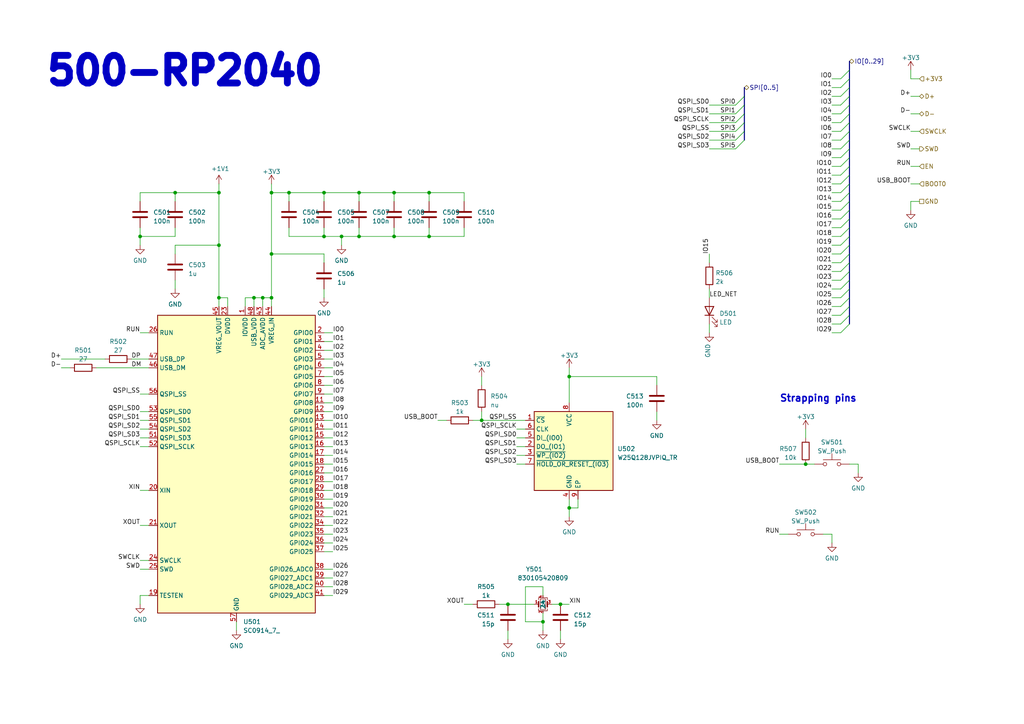
<source format=kicad_sch>
(kicad_sch (version 20230121) (generator eeschema)
  (paper "A4")
  (title_block (title "PSoM - RP2040") (date "2024-02-28") (rev "HW00") (company "PumaCorp") (comment 1 "Design by: NdG"))
  (lib_symbols
    (symbol "Component lib:LED" (pin_numbers hide) (pin_names (offset 1.016) hide)
      (property "Reference" "D" (at 3.81 2.54 0))
      (property "Value" "LED" (at 3.81 -2.54 0))
      (symbol "LED_0_1"
        (polyline (pts (xy 2.54 -1.27) (xy 2.54 1.27)) (stroke (width 0.254)))
        (polyline (pts (xy 2.54 0) (xy 5.08 0)))
        (polyline (pts (xy 5.08 -1.27) (xy 5.08 1.27) (xy 2.54 0) (xy 5.08 -1.27)) (stroke (width 0.254)))
        (polyline (pts (xy 0.762 -0.762) (xy -0.762 -2.286) (xy 0 -2.286) (xy -0.762 -2.286) (xy -0.762 -1.524)))
        (polyline (pts (xy 2.032 -0.762) (xy 0.508 -2.286) (xy 1.27 -2.286) (xy 0.508 -2.286) (xy 0.508 -1.524)))
      )
      (symbol "LED_1_1"
        (pin passive line (at 0 0 0) (length 2.54) (name "K") (number "1"))
        (pin passive line (at 7.62 0 180) (length 2.54) (name "A") (number "2"))
      )
    )
    (symbol "Component lib:R" (pin_numbers hide) (pin_names (offset 0))
      (property "Reference" "R" (at 2.032 -3.81 90))
      (property "Value" "R" (at 0 -3.81 90))
      (symbol "R_0_1"
        (rectangle (start -1.016 -6.35) (end 1.016 -1.27) (stroke (width 0.254)))
      )
      (symbol "R_1_1"
        (pin passive line (at 0 0 270) (length 1.27) (name "~") (number "1"))
        (pin passive line (at 0 -7.62 90) (length 1.27) (name "~") (number "2"))
      )
    )
    (symbol "Component_lib:830105420809"
      (property "Reference" "Y" (at 41.91 7.62 0))
      (property "Value" "830105420809" (at 41.91 5.08 0))
      (symbol "830105420809_0_1"
        (polyline (pts (xy 1.27 -0.762) (xy 1.27 0.762)) (stroke (width 0.381)))
        (polyline (pts (xy 3.81 -0.762) (xy 3.81 0.762)) (stroke (width 0.381)))
        (polyline (pts (xy 1.27 -1.27) (xy 1.27 -1.905) (xy 3.81 -1.905) (xy 3.81 -1.27)))
        (polyline (pts (xy 1.27 1.27) (xy 1.27 1.905) (xy 3.81 1.905) (xy 3.81 1.27)))
        (rectangle (start 1.778 -1.524) (end 3.302 1.524))
      )
      (symbol "830105420809_1_1"
        (pin passive line (at 0 0 0) (length 1.27) (name "1") (number "1"))
        (pin passive line (at 2.54 -2.54 90) (length 0.635) (name "2") (number "2"))
        (pin passive line (at 5.08 0 180) (length 1.27) (name "3") (number "3"))
        (pin passive line (at 2.54 2.54 270) (length 0.635) (name "4") (number "4"))
      )
    )
    (symbol "Component_lib:C" (pin_numbers hide) (pin_names (offset 0.254))
      (property "Reference" "C" (at 0.635 -1.27 0))
      (property "Value" "C" (at 0.635 -6.35 0))
      (symbol "C_0_1"
        (polyline (pts (xy -2.032 -4.572) (xy 2.032 -4.572)) (stroke (width 0.508)))
        (polyline (pts (xy -2.032 -3.048) (xy 2.032 -3.048)) (stroke (width 0.508)))
      )
      (symbol "C_1_1"
        (pin passive line (at 0 0 270) (length 2.794) (name "~") (number "1"))
        (pin passive line (at 0 -7.62 90) (length 2.794) (name "~") (number "2"))
      )
    )
    (symbol "Component_lib:R" (pin_numbers hide) (pin_names (offset 0))
      (property "Reference" "R" (at 2.032 -3.81 90))
      (property "Value" "R" (at 0 -3.81 90))
      (symbol "R_0_1"
        (rectangle (start -1.016 -6.35) (end 1.016 -1.27) (stroke (width 0.254)))
      )
      (symbol "R_1_1"
        (pin passive line (at 0 0 270) (length 1.27) (name "~") (number "1"))
        (pin passive line (at 0 -7.62 90) (length 1.27) (name "~") (number "2"))
      )
    )
    (symbol "Component_lib:RP2040"
      (property "Reference" "U" (at 0 25.4 0))
      (property "Value" "SC0914_7_" (at 0 22.86 0))
      (symbol "RP2040_0_1"
        (rectangle (start 2.54 5.08) (end 48.26 -81.28) (stroke (width 0.254)) (fill (type background)))
      )
      (symbol "RP2040_1_1"
        (pin power_in line (at 27.94 7.62 270) (length 2.54) (name "IOVDD") (number "1"))
        (pin passive line (at 27.94 7.62 270) (length 2.54) hide (name "IOVDD") (number "10"))
        (pin bidirectional line (at 50.8 -20.32 180) (length 2.54) (name "GPIO8") (number "11"))
        (pin bidirectional line (at 50.8 -22.86 180) (length 2.54) (name "GPIO9") (number "12"))
        (pin bidirectional line (at 50.8 -25.4 180) (length 2.54) (name "GPIO10") (number "13"))
        (pin bidirectional line (at 50.8 -27.94 180) (length 2.54) (name "GPIO11") (number "14"))
        (pin bidirectional line (at 50.8 -30.48 180) (length 2.54) (name "GPIO12") (number "15"))
        (pin bidirectional line (at 50.8 -33.02 180) (length 2.54) (name "GPIO13") (number "16"))
        (pin bidirectional line (at 50.8 -35.56 180) (length 2.54) (name "GPIO14") (number "17"))
        (pin bidirectional line (at 50.8 -38.1 180) (length 2.54) (name "GPIO15") (number "18"))
        (pin input line (at 0 -76.2 0) (length 2.54) (name "TESTEN") (number "19"))
        (pin bidirectional line (at 50.8 0 180) (length 2.54) (name "GPIO0") (number "2"))
        (pin input line (at 0 -45.72 0) (length 2.54) (name "XIN") (number "20"))
        (pin passive line (at 0 -55.88 0) (length 2.54) (name "XOUT") (number "21"))
        (pin passive line (at 27.94 7.62 270) (length 2.54) hide (name "IOVDD") (number "22"))
        (pin power_in line (at 22.86 7.62 270) (length 2.54) (name "DVDD") (number "23"))
        (pin output line (at 0 -66.04 0) (length 2.54) (name "SWCLK") (number "24"))
        (pin bidirectional line (at 0 -68.58 0) (length 2.54) (name "SWD") (number "25"))
        (pin input line (at 0 0 0) (length 2.54) (name "RUN") (number "26"))
        (pin bidirectional line (at 50.8 -40.64 180) (length 2.54) (name "GPIO16") (number "27"))
        (pin bidirectional line (at 50.8 -43.18 180) (length 2.54) (name "GPIO17") (number "28"))
        (pin bidirectional line (at 50.8 -45.72 180) (length 2.54) (name "GPIO18") (number "29"))
        (pin bidirectional line (at 50.8 -2.54 180) (length 2.54) (name "GPIO1") (number "3"))
        (pin bidirectional line (at 50.8 -48.26 180) (length 2.54) (name "GPIO19") (number "30"))
        (pin bidirectional line (at 50.8 -50.8 180) (length 2.54) (name "GPIO20") (number "31"))
        (pin bidirectional line (at 50.8 -53.34 180) (length 2.54) (name "GPIO21") (number "32"))
        (pin passive line (at 27.94 7.62 270) (length 2.54) hide (name "IOVDD") (number "33"))
        (pin bidirectional line (at 50.8 -55.88 180) (length 2.54) (name "GPIO22") (number "34"))
        (pin bidirectional line (at 50.8 -58.42 180) (length 2.54) (name "GPIO23") (number "35"))
        (pin bidirectional line (at 50.8 -60.96 180) (length 2.54) (name "GPIO24") (number "36"))
        (pin bidirectional line (at 50.8 -63.5 180) (length 2.54) (name "GPIO25") (number "37"))
        (pin bidirectional line (at 50.8 -68.58 180) (length 2.54) (name "GPIO26_ADC0") (number "38"))
        (pin bidirectional line (at 50.8 -71.12 180) (length 2.54) (name "GPIO27_ADC1") (number "39"))
        (pin bidirectional line (at 50.8 -5.08 180) (length 2.54) (name "GPIO2") (number "4"))
        (pin bidirectional line (at 50.8 -73.66 180) (length 2.54) (name "GPIO28_ADC2") (number "40"))
        (pin bidirectional line (at 50.8 -76.2 180) (length 2.54) (name "GPIO29_ADC3") (number "41"))
        (pin passive line (at 27.94 7.62 270) (length 2.54) hide (name "IOVDD") (number "42"))
        (pin power_in line (at 33.02 7.62 270) (length 2.54) (name "ADC_AVDD") (number "43"))
        (pin power_in line (at 35.56 7.62 270) (length 2.54) (name "VREG_IN") (number "44"))
        (pin power_out line (at 20.32 7.62 270) (length 2.54) (name "VREG_VOUT") (number "45"))
        (pin bidirectional line (at 0 -10.16 0) (length 2.54) (name "USB_DM") (number "46"))
        (pin bidirectional line (at 0 -7.62 0) (length 2.54) (name "USB_DP") (number "47"))
        (pin power_in line (at 30.48 7.62 270) (length 2.54) (name "USB_VDD") (number "48"))
        (pin passive line (at 27.94 7.62 270) (length 2.54) hide (name "IOVDD") (number "49"))
        (pin bidirectional line (at 50.8 -7.62 180) (length 2.54) (name "GPIO3") (number "5"))
        (pin passive line (at 22.86 7.62 270) (length 2.54) hide (name "DVDD") (number "50"))
        (pin bidirectional line (at 0 -30.48 0) (length 2.54) (name "QSPI_SD3") (number "51"))
        (pin output line (at 0 -33.02 0) (length 2.54) (name "QSPI_SCLK") (number "52"))
        (pin bidirectional line (at 0 -22.86 0) (length 2.54) (name "QSPI_SD0") (number "53"))
        (pin bidirectional line (at 0 -27.94 0) (length 2.54) (name "QSPI_SD2") (number "54"))
        (pin bidirectional line (at 0 -25.4 0) (length 2.54) (name "QSPI_SD1") (number "55"))
        (pin bidirectional line (at 0 -17.78 0) (length 2.54) (name "QSPI_SS") (number "56"))
        (pin power_in line (at 25.4 -83.82 90) (length 2.54) (name "GND") (number "57"))
        (pin bidirectional line (at 50.8 -10.16 180) (length 2.54) (name "GPIO4") (number "6"))
        (pin bidirectional line (at 50.8 -12.7 180) (length 2.54) (name "GPIO5") (number "7"))
        (pin bidirectional line (at 50.8 -15.24 180) (length 2.54) (name "GPIO6") (number "8"))
        (pin bidirectional line (at 50.8 -17.78 180) (length 2.54) (name "GPIO7") (number "9"))
      )
    )
    (symbol "Component_lib:W25Q128JVPIQ"
      (property "Reference" "U" (at 52.07 7.62 0))
      (property "Value" "W25Q128JVPIQ_TR" (at 52.07 5.08 0))
      (symbol "W25Q128JVPIQ_1_1"
        (rectangle (start 2.54 2.54) (end 25.4 -20.32) (stroke (width 0.254)) (fill (type background)))
        (pin passive line (at 0 0 0) (length 2.54) (name "~{CS}") (number "1"))
        (pin passive line (at 0 -7.62 0) (length 2.54) (name "DO_(IO1)") (number "2"))
        (pin passive line (at 0 -10.16 0) (length 2.54) (name "~{WP_(IO2)}") (number "3"))
        (pin passive line (at 12.7 -22.86 90) (length 2.54) (name "GND") (number "4"))
        (pin passive line (at 0 -5.08 0) (length 2.54) (name "DI_(IO0)") (number "5"))
        (pin passive line (at 0 -2.54 0) (length 2.54) (name "CLK") (number "6"))
        (pin passive line (at 0 -12.7 0) (length 2.54) (name "~{HOLD_OR_RESET_(IO3)}") (number "7"))
        (pin passive line (at 12.7 5.08 270) (length 2.54) (name "VCC") (number "8"))
        (pin passive line (at 15.24 -22.86 90) (length 2.54) (name "EP") (number "9"))
      )
    )
    (symbol "Switch:SW_Push" (pin_numbers hide) (pin_names (offset 1.016) hide)
      (property "Reference" "SW" (at 1.27 2.54 0))
      (property "Value" "SW_Push" (at 0 -1.524 0))
      (symbol "SW_Push_0_1"
        (circle (center -2.032 0) (radius 0.508))
        (polyline (pts (xy 0 1.27) (xy 0 3.048)))
        (polyline (pts (xy 2.54 1.27) (xy -2.54 1.27)))
        (circle (center 2.032 0) (radius 0.508))
        (pin passive line (at -5.08 0 0) (length 2.54) (name "1") (number "1"))
        (pin passive line (at 5.08 0 180) (length 2.54) (name "2") (number "2"))
      )
    )
    (symbol "power:+1V1" (power) (pin_names (offset 0))
      (property "Value" "+1V1" (at 0 3.556 0))
      (symbol "+1V1_0_1"
        (polyline (pts (xy -0.762 1.27) (xy 0 2.54)))
        (polyline (pts (xy 0 0) (xy 0 2.54)))
        (polyline (pts (xy 0 2.54) (xy 0.762 1.27)))
      )
      (symbol "+1V1_1_1"
        (pin power_in line (at 0 0 90) (length 0) hide (name "+1V1") (number "1"))
      )
    )
    (symbol "power:+3V3" (power) (pin_names (offset 0))
      (property "Value" "+3V3" (at 0 3.556 0))
      (symbol "+3V3_0_1"
        (polyline (pts (xy -0.762 1.27) (xy 0 2.54)))
        (polyline (pts (xy 0 0) (xy 0 2.54)))
        (polyline (pts (xy 0 2.54) (xy 0.762 1.27)))
      )
      (symbol "+3V3_1_1"
        (pin power_in line (at 0 0 90) (length 0) hide (name "+3V3") (number "1"))
      )
    )
    (symbol "power:GND" (power) (pin_names (offset 0))
      (property "Value" "GND" (at 0 -3.81 0))
      (symbol "GND_0_1"
        (polyline (pts (xy 0 0) (xy 0 -1.27) (xy 1.27 -1.27) (xy 0 -2.54) (xy -1.27 -1.27) (xy 0 -1.27)))
      )
      (symbol "GND_1_1"
        (pin power_in line (at 0 0 270) (length 0) hide (name "GND") (number "1"))
      )
    )
  )
  (junction (at 93.98 68.58))
  (junction (at 165.1 109.22))
  (junction (at 50.8 55.88))
  (junction (at 78.74 86.36))
  (junction (at 147.32 175.26))
  (junction (at 114.3 55.88))
  (junction (at 104.14 55.88))
  (junction (at 93.98 55.88))
  (junction (at 76.2 86.36))
  (junction (at 114.3 68.58))
  (junction (at 124.46 55.88))
  (junction (at 162.56 175.26))
  (junction (at 63.5 71.12))
  (junction (at 157.48 180.34))
  (junction (at 40.64 68.58))
  (junction (at 83.82 55.88))
  (junction (at 78.74 55.88))
  (junction (at 73.66 86.36))
  (junction (at 78.74 73.66))
  (junction (at 104.14 68.58))
  (junction (at 165.1 147.32))
  (junction (at 124.46 68.58))
  (junction (at 63.5 86.36))
  (junction (at 99.06 68.58))
  (junction (at 63.5 55.88))
  (junction (at 139.7 121.92))
  (junction (at 233.68 134.62))
  (bus_entry (at 243.84 86.36) (size 2.54 -2.54))
  (bus_entry (at 243.84 40.64) (size 2.54 -2.54))
  (bus_entry (at 243.84 55.88) (size 2.54 -2.54))
  (bus_entry (at 243.84 68.58) (size 2.54 -2.54))
  (bus_entry (at 213.36 43.18) (size 2.54 -2.54))
  (bus_entry (at 243.84 71.12) (size 2.54 -2.54))
  (bus_entry (at 243.84 27.94) (size 2.54 -2.54))
  (bus_entry (at 243.84 88.9) (size 2.54 -2.54))
  (bus_entry (at 243.84 53.34) (size 2.54 -2.54))
  (bus_entry (at 243.84 93.98) (size 2.54 -2.54))
  (bus_entry (at 243.84 30.48) (size 2.54 -2.54))
  (bus_entry (at 243.84 33.02) (size 2.54 -2.54))
  (bus_entry (at 243.84 50.8) (size 2.54 -2.54))
  (bus_entry (at 243.84 38.1) (size 2.54 -2.54))
  (bus_entry (at 243.84 78.74) (size 2.54 -2.54))
  (bus_entry (at 243.84 91.44) (size 2.54 -2.54))
  (bus_entry (at 243.84 35.56) (size 2.54 -2.54))
  (bus_entry (at 213.36 35.56) (size 2.54 -2.54))
  (bus_entry (at 243.84 60.96) (size 2.54 -2.54))
  (bus_entry (at 213.36 38.1) (size 2.54 -2.54))
  (bus_entry (at 243.84 45.72) (size 2.54 -2.54))
  (bus_entry (at 243.84 66.04) (size 2.54 -2.54))
  (bus_entry (at 213.36 40.64) (size 2.54 -2.54))
  (bus_entry (at 243.84 48.26) (size 2.54 -2.54))
  (bus_entry (at 243.84 43.18) (size 2.54 -2.54))
  (bus_entry (at 243.84 25.4) (size 2.54 -2.54))
  (bus_entry (at 243.84 96.52) (size 2.54 -2.54))
  (bus_entry (at 243.84 63.5) (size 2.54 -2.54))
  (bus_entry (at 243.84 83.82) (size 2.54 -2.54))
  (bus_entry (at 243.84 22.86) (size 2.54 -2.54))
  (bus_entry (at 213.36 30.48) (size 2.54 -2.54))
  (bus_entry (at 243.84 76.2) (size 2.54 -2.54))
  (bus_entry (at 243.84 81.28) (size 2.54 -2.54))
  (bus_entry (at 243.84 58.42) (size 2.54 -2.54))
  (bus_entry (at 243.84 73.66) (size 2.54 -2.54))
  (bus_entry (at 213.36 33.02) (size 2.54 -2.54))
  (wire (pts (xy 78.74 55.88) (xy 83.82 55.88)))
  (wire (pts (xy 264.16 48.26) (xy 266.7 48.26)))
  (wire (pts (xy 248.92 134.62) (xy 248.92 137.16)))
  (wire (pts (xy 162.56 175.26) (xy 165.1 175.26)))
  (bus (pts (xy 246.38 50.8) (xy 246.38 53.34)))
  (bus (pts (xy 246.38 27.94) (xy 246.38 30.48)))
  (bus (pts (xy 246.38 63.5) (xy 246.38 66.04)))
  (wire (pts (xy 93.98 111.76) (xy 96.52 111.76)))
  (wire (pts (xy 83.82 55.88) (xy 93.98 55.88)))
  (wire (pts (xy 38.1 104.14) (xy 43.18 104.14)))
  (wire (pts (xy 50.8 81.28) (xy 50.8 83.82)))
  (wire (pts (xy 264.16 22.86) (xy 266.7 22.86)))
  (wire (pts (xy 241.3 27.94) (xy 243.84 27.94)))
  (bus (pts (xy 246.38 43.18) (xy 246.38 45.72)))
  (wire (pts (xy 264.16 38.1) (xy 266.7 38.1)))
  (wire (pts (xy 93.98 142.24) (xy 96.52 142.24)))
  (wire (pts (xy 63.5 55.88) (xy 50.8 55.88)))
  (wire (pts (xy 76.2 86.36) (xy 76.2 88.9)))
  (wire (pts (xy 241.3 96.52) (xy 243.84 96.52)))
  (wire (pts (xy 93.98 152.4) (xy 96.52 152.4)))
  (bus (pts (xy 246.38 40.64) (xy 246.38 43.18)))
  (wire (pts (xy 149.86 127) (xy 152.4 127)))
  (wire (pts (xy 40.64 165.1) (xy 43.18 165.1)))
  (wire (pts (xy 63.5 86.36) (xy 63.5 88.9)))
  (wire (pts (xy 241.3 30.48) (xy 243.84 30.48)))
  (wire (pts (xy 264.16 20.32) (xy 264.16 22.86)))
  (bus (pts (xy 246.38 88.9) (xy 246.38 91.44)))
  (wire (pts (xy 40.64 114.3) (xy 43.18 114.3)))
  (wire (pts (xy 241.3 48.26) (xy 243.84 48.26)))
  (wire (pts (xy 63.5 55.88) (xy 63.5 71.12)))
  (bus (pts (xy 246.38 78.74) (xy 246.38 81.28)))
  (wire (pts (xy 93.98 119.38) (xy 96.52 119.38)))
  (wire (pts (xy 139.7 119.38) (xy 139.7 121.92)))
  (wire (pts (xy 50.8 55.88) (xy 50.8 58.42)))
  (wire (pts (xy 114.3 55.88) (xy 124.46 55.88)))
  (wire (pts (xy 238.76 154.94) (xy 241.3 154.94)))
  (wire (pts (xy 40.64 121.92) (xy 43.18 121.92)))
  (wire (pts (xy 149.86 124.46) (xy 152.4 124.46)))
  (wire (pts (xy 93.98 73.66) (xy 93.98 76.2)))
  (wire (pts (xy 93.98 114.3) (xy 96.52 114.3)))
  (wire (pts (xy 78.74 53.34) (xy 78.74 55.88)))
  (wire (pts (xy 165.1 147.32) (xy 167.64 147.32)))
  (wire (pts (xy 104.14 66.04) (xy 104.14 68.58)))
  (wire (pts (xy 149.86 132.08) (xy 152.4 132.08)))
  (wire (pts (xy 93.98 99.06) (xy 96.52 99.06)))
  (wire (pts (xy 241.3 40.64) (xy 243.84 40.64)))
  (wire (pts (xy 157.48 177.8) (xy 157.48 180.34)))
  (wire (pts (xy 241.3 58.42) (xy 243.84 58.42)))
  (wire (pts (xy 190.5 109.22) (xy 190.5 111.76)))
  (wire (pts (xy 241.3 93.98) (xy 243.84 93.98)))
  (wire (pts (xy 40.64 127) (xy 43.18 127)))
  (wire (pts (xy 40.64 142.24) (xy 43.18 142.24)))
  (bus (pts (xy 246.38 86.36) (xy 246.38 88.9)))
  (wire (pts (xy 264.16 27.94) (xy 266.7 27.94)))
  (wire (pts (xy 165.1 144.78) (xy 165.1 147.32)))
  (wire (pts (xy 241.3 43.18) (xy 243.84 43.18)))
  (wire (pts (xy 114.3 66.04) (xy 114.3 68.58)))
  (bus (pts (xy 246.38 20.32) (xy 246.38 22.86)))
  (bus (pts (xy 246.38 66.04) (xy 246.38 68.58)))
  (wire (pts (xy 114.3 68.58) (xy 124.46 68.58)))
  (wire (pts (xy 205.74 38.1) (xy 213.36 38.1)))
  (wire (pts (xy 205.74 73.66) (xy 205.74 76.2)))
  (wire (pts (xy 124.46 66.04) (xy 124.46 68.58)))
  (bus (pts (xy 246.38 68.58) (xy 246.38 71.12)))
  (wire (pts (xy 162.56 182.88) (xy 162.56 185.42)))
  (wire (pts (xy 165.1 147.32) (xy 165.1 149.86)))
  (wire (pts (xy 68.58 180.34) (xy 68.58 182.88)))
  (wire (pts (xy 241.3 35.56) (xy 243.84 35.56)))
  (bus (pts (xy 215.9 35.56) (xy 215.9 38.1)))
  (wire (pts (xy 78.74 88.9) (xy 78.74 86.36)))
  (wire (pts (xy 124.46 55.88) (xy 124.46 58.42)))
  (bus (pts (xy 215.9 25.4) (xy 215.9 27.94)))
  (wire (pts (xy 149.86 129.54) (xy 152.4 129.54)))
  (wire (pts (xy 93.98 121.92) (xy 96.52 121.92)))
  (bus (pts (xy 246.38 38.1) (xy 246.38 40.64)))
  (wire (pts (xy 40.64 129.54) (xy 43.18 129.54)))
  (wire (pts (xy 152.4 180.34) (xy 157.48 180.34)))
  (wire (pts (xy 71.12 86.36) (xy 73.66 86.36)))
  (wire (pts (xy 93.98 55.88) (xy 93.98 58.42)))
  (wire (pts (xy 17.78 106.68) (xy 20.32 106.68)))
  (bus (pts (xy 246.38 35.56) (xy 246.38 38.1)))
  (bus (pts (xy 246.38 45.72) (xy 246.38 48.26)))
  (wire (pts (xy 241.3 45.72) (xy 243.84 45.72)))
  (wire (pts (xy 241.3 91.44) (xy 243.84 91.44)))
  (wire (pts (xy 134.62 175.26) (xy 137.16 175.26)))
  (wire (pts (xy 241.3 68.58) (xy 243.84 68.58)))
  (wire (pts (xy 40.64 66.04) (xy 40.64 68.58)))
  (bus (pts (xy 246.38 17.78) (xy 246.38 20.32)))
  (wire (pts (xy 165.1 106.68) (xy 165.1 109.22)))
  (wire (pts (xy 243.84 76.2) (xy 241.3 76.2)))
  (wire (pts (xy 66.04 86.36) (xy 63.5 86.36)))
  (wire (pts (xy 93.98 101.6) (xy 96.52 101.6)))
  (wire (pts (xy 190.5 119.38) (xy 190.5 121.92)))
  (bus (pts (xy 246.38 25.4) (xy 246.38 27.94)))
  (wire (pts (xy 241.3 38.1) (xy 243.84 38.1)))
  (bus (pts (xy 246.38 53.34) (xy 246.38 55.88)))
  (wire (pts (xy 40.64 124.46) (xy 43.18 124.46)))
  (wire (pts (xy 205.74 30.48) (xy 213.36 30.48)))
  (wire (pts (xy 93.98 96.52) (xy 96.52 96.52)))
  (wire (pts (xy 127 121.92) (xy 129.54 121.92)))
  (wire (pts (xy 63.5 53.34) (xy 63.5 55.88)))
  (wire (pts (xy 241.3 66.04) (xy 243.84 66.04)))
  (wire (pts (xy 93.98 147.32) (xy 96.52 147.32)))
  (wire (pts (xy 241.3 25.4) (xy 243.84 25.4)))
  (wire (pts (xy 233.68 134.62) (xy 236.22 134.62)))
  (wire (pts (xy 93.98 137.16) (xy 96.52 137.16)))
  (wire (pts (xy 264.16 58.42) (xy 266.7 58.42)))
  (wire (pts (xy 134.62 68.58) (xy 134.62 66.04)))
  (wire (pts (xy 27.94 106.68) (xy 43.18 106.68)))
  (wire (pts (xy 93.98 104.14) (xy 96.52 104.14)))
  (wire (pts (xy 167.64 147.32) (xy 167.64 144.78)))
  (wire (pts (xy 93.98 172.72) (xy 96.52 172.72)))
  (wire (pts (xy 243.84 81.28) (xy 241.3 81.28)))
  (wire (pts (xy 165.1 109.22) (xy 190.5 109.22)))
  (wire (pts (xy 205.74 43.18) (xy 213.36 43.18)))
  (wire (pts (xy 93.98 109.22) (xy 96.52 109.22)))
  (wire (pts (xy 66.04 88.9) (xy 66.04 86.36)))
  (wire (pts (xy 40.64 162.56) (xy 43.18 162.56)))
  (wire (pts (xy 241.3 154.94) (xy 241.3 157.48)))
  (wire (pts (xy 205.74 35.56) (xy 213.36 35.56)))
  (bus (pts (xy 246.38 83.82) (xy 246.38 86.36)))
  (wire (pts (xy 147.32 175.26) (xy 154.94 175.26)))
  (wire (pts (xy 246.38 134.62) (xy 248.92 134.62)))
  (wire (pts (xy 144.78 175.26) (xy 147.32 175.26)))
  (wire (pts (xy 243.84 78.74) (xy 241.3 78.74)))
  (bus (pts (xy 246.38 91.44) (xy 246.38 93.98)))
  (wire (pts (xy 104.14 55.88) (xy 104.14 58.42)))
  (wire (pts (xy 83.82 68.58) (xy 93.98 68.58)))
  (wire (pts (xy 93.98 170.18) (xy 96.52 170.18)))
  (bus (pts (xy 246.38 33.02) (xy 246.38 35.56)))
  (wire (pts (xy 40.64 68.58) (xy 40.64 71.12)))
  (wire (pts (xy 78.74 55.88) (xy 78.74 73.66)))
  (wire (pts (xy 83.82 66.04) (xy 83.82 68.58)))
  (wire (pts (xy 93.98 127) (xy 96.52 127)))
  (wire (pts (xy 205.74 40.64) (xy 213.36 40.64)))
  (wire (pts (xy 137.16 121.92) (xy 139.7 121.92)))
  (wire (pts (xy 241.3 50.8) (xy 243.84 50.8)))
  (wire (pts (xy 93.98 134.62) (xy 96.52 134.62)))
  (wire (pts (xy 40.64 152.4) (xy 43.18 152.4)))
  (wire (pts (xy 152.4 170.18) (xy 152.4 180.34)))
  (wire (pts (xy 93.98 124.46) (xy 96.52 124.46)))
  (wire (pts (xy 93.98 68.58) (xy 99.06 68.58)))
  (wire (pts (xy 93.98 55.88) (xy 104.14 55.88)))
  (wire (pts (xy 264.16 33.02) (xy 266.7 33.02)))
  (wire (pts (xy 114.3 55.88) (xy 114.3 58.42)))
  (wire (pts (xy 157.48 172.72) (xy 157.48 170.18)))
  (wire (pts (xy 93.98 154.94) (xy 96.52 154.94)))
  (wire (pts (xy 241.3 73.66) (xy 243.84 73.66)))
  (wire (pts (xy 43.18 172.72) (xy 40.64 172.72)))
  (wire (pts (xy 241.3 22.86) (xy 243.84 22.86)))
  (wire (pts (xy 147.32 182.88) (xy 147.32 185.42)))
  (wire (pts (xy 50.8 55.88) (xy 40.64 55.88)))
  (wire (pts (xy 93.98 66.04) (xy 93.98 68.58)))
  (wire (pts (xy 264.16 60.96) (xy 264.16 58.42)))
  (wire (pts (xy 17.78 104.14) (xy 30.48 104.14)))
  (wire (pts (xy 78.74 86.36) (xy 78.74 73.66)))
  (wire (pts (xy 241.3 55.88) (xy 243.84 55.88)))
  (bus (pts (xy 246.38 60.96) (xy 246.38 63.5)))
  (bus (pts (xy 215.9 33.02) (xy 215.9 35.56)))
  (wire (pts (xy 83.82 55.88) (xy 83.82 58.42)))
  (wire (pts (xy 99.06 68.58) (xy 104.14 68.58)))
  (wire (pts (xy 205.74 33.02) (xy 213.36 33.02)))
  (wire (pts (xy 63.5 71.12) (xy 63.5 86.36)))
  (wire (pts (xy 73.66 86.36) (xy 73.66 88.9)))
  (wire (pts (xy 50.8 68.58) (xy 40.64 68.58)))
  (wire (pts (xy 134.62 58.42) (xy 134.62 55.88)))
  (wire (pts (xy 93.98 83.82) (xy 93.98 86.36)))
  (bus (pts (xy 215.9 27.94) (xy 215.9 30.48)))
  (wire (pts (xy 139.7 109.22) (xy 139.7 111.76)))
  (wire (pts (xy 243.84 86.36) (xy 241.3 86.36)))
  (wire (pts (xy 241.3 60.96) (xy 243.84 60.96)))
  (wire (pts (xy 233.68 124.46) (xy 233.68 127)))
  (wire (pts (xy 149.86 134.62) (xy 152.4 134.62)))
  (wire (pts (xy 241.3 53.34) (xy 243.84 53.34)))
  (wire (pts (xy 93.98 160.02) (xy 96.52 160.02)))
  (bus (pts (xy 215.9 38.1) (xy 215.9 40.64)))
  (bus (pts (xy 215.9 30.48) (xy 215.9 33.02)))
  (wire (pts (xy 93.98 139.7) (xy 96.52 139.7)))
  (wire (pts (xy 243.84 83.82) (xy 241.3 83.82)))
  (wire (pts (xy 63.5 71.12) (xy 50.8 71.12)))
  (wire (pts (xy 78.74 73.66) (xy 93.98 73.66)))
  (wire (pts (xy 93.98 165.1) (xy 96.52 165.1)))
  (wire (pts (xy 241.3 71.12) (xy 243.84 71.12)))
  (bus (pts (xy 246.38 48.26) (xy 246.38 50.8)))
  (wire (pts (xy 76.2 86.36) (xy 78.74 86.36)))
  (wire (pts (xy 99.06 68.58) (xy 99.06 71.12)))
  (wire (pts (xy 93.98 132.08) (xy 96.52 132.08)))
  (wire (pts (xy 165.1 116.84) (xy 165.1 109.22)))
  (wire (pts (xy 93.98 106.68) (xy 96.52 106.68)))
  (wire (pts (xy 157.48 182.88) (xy 157.48 180.34)))
  (wire (pts (xy 93.98 129.54) (xy 96.52 129.54)))
  (wire (pts (xy 124.46 55.88) (xy 134.62 55.88)))
  (wire (pts (xy 226.06 134.62) (xy 233.68 134.62)))
  (bus (pts (xy 246.38 76.2) (xy 246.38 78.74)))
  (wire (pts (xy 93.98 157.48) (xy 96.52 157.48)))
  (wire (pts (xy 241.3 63.5) (xy 243.84 63.5)))
  (wire (pts (xy 226.06 154.94) (xy 228.6 154.94)))
  (wire (pts (xy 93.98 149.86) (xy 96.52 149.86)))
  (wire (pts (xy 157.48 170.18) (xy 152.4 170.18)))
  (wire (pts (xy 139.7 121.92) (xy 152.4 121.92)))
  (wire (pts (xy 104.14 68.58) (xy 114.3 68.58)))
  (wire (pts (xy 93.98 144.78) (xy 96.52 144.78)))
  (wire (pts (xy 104.14 55.88) (xy 114.3 55.88)))
  (wire (pts (xy 40.64 55.88) (xy 40.64 58.42)))
  (wire (pts (xy 205.74 83.82) (xy 205.74 86.36)))
  (wire (pts (xy 124.46 68.58) (xy 134.62 68.58)))
  (bus (pts (xy 246.38 81.28) (xy 246.38 83.82)))
  (wire (pts (xy 264.16 43.18) (xy 266.7 43.18)))
  (wire (pts (xy 50.8 71.12) (xy 50.8 73.66)))
  (bus (pts (xy 246.38 30.48) (xy 246.38 33.02)))
  (wire (pts (xy 40.64 96.52) (xy 43.18 96.52)))
  (wire (pts (xy 40.64 172.72) (xy 40.64 175.26)))
  (wire (pts (xy 73.66 86.36) (xy 76.2 86.36)))
  (wire (pts (xy 264.16 53.34) (xy 266.7 53.34)))
  (wire (pts (xy 205.74 93.98) (xy 205.74 96.52)))
  (bus (pts (xy 246.38 22.86) (xy 246.38 25.4)))
  (wire (pts (xy 40.64 119.38) (xy 43.18 119.38)))
  (wire (pts (xy 93.98 167.64) (xy 96.52 167.64)))
  (wire (pts (xy 71.12 88.9) (xy 71.12 86.36)))
  (bus (pts (xy 246.38 71.12) (xy 246.38 73.66)))
  (wire (pts (xy 241.3 88.9) (xy 243.84 88.9)))
  (bus (pts (xy 246.38 58.42) (xy 246.38 60.96)))
  (bus (pts (xy 246.38 55.88) (xy 246.38 58.42)))
  (wire (pts (xy 93.98 116.84) (xy 96.52 116.84)))
  (wire (pts (xy 50.8 68.58) (xy 50.8 66.04)))
  (wire (pts (xy 241.3 33.02) (xy 243.84 33.02)))
  (bus (pts (xy 246.38 73.66) (xy 246.38 76.2)))
  (wire (pts (xy 160.02 175.26) (xy 162.56 175.26)))
  (text "500-RP2040\n" (at 12.7 25.4 0) (effects (font (size 8 8) (thickness 3) bold) (justify left bottom)))
  (text "Strapping pins" (at 226.06 116.84 0) (effects (font (size 2 2) (thickness 0.4) bold) (justify left bottom)))
  (label "SWD" (at 40.64 165.1 180))
  (label "RUN" (at 226.06 154.94 180))
  (label "DM" (at 38.1 106.68 0))
  (label "QSPI_SCLK" (at 149.86 124.46 180))
  (label "IO7" (at 96.52 114.3 0))
  (label "IO24" (at 96.52 157.48 0))
  (label "IO29" (at 96.52 172.72 0))
  (label "SWCLK" (at 264.16 38.1 180))
  (label "SPI0" (at 213.36 30.48 180))
  (label "QSPI_SD0" (at 40.64 119.38 180))
  (label "IO20" (at 241.3 73.66 180))
  (label "QSPI_SS" (at 149.86 121.92 180))
  (label "USB_BOOT" (at 127 121.92 180))
  (label "IO6" (at 241.3 38.1 180))
  (label "IO12" (at 96.52 127 0))
  (label "IO4" (at 96.52 106.68 0))
  (label "IO18" (at 241.3 68.58 180))
  (label "XOUT" (at 40.64 152.4 180))
  (label "IO28" (at 96.52 170.18 0))
  (label "IO29" (at 241.3 96.52 180))
  (label "IO3" (at 96.52 104.14 0))
  (label "SPI1" (at 213.36 33.02 180))
  (label "SPI5" (at 213.36 43.18 180))
  (label "XIN" (at 165.1 175.26 0))
  (label "QSPI_SD2" (at 205.74 40.64 180))
  (label "IO23" (at 96.52 154.94 0))
  (label "IO6" (at 96.52 111.76 0))
  (label "IO15" (at 241.3 60.96 180))
  (label "IO16" (at 96.52 137.16 0))
  (label "IO2" (at 241.3 27.94 180))
  (label "IO28" (at 241.3 93.98 180))
  (label "IO0" (at 241.3 22.86 180))
  (label "QSPI_SD0" (at 149.86 127 180))
  (label "IO11" (at 96.52 124.46 0))
  (label "SWD" (at 264.16 43.18 180))
  (label "IO26" (at 96.52 165.1 0))
  (label "QSPI_SD1" (at 149.86 129.54 180))
  (label "IO4" (at 241.3 33.02 180))
  (label "QSPI_SD2" (at 40.64 124.46 180))
  (label "IO20" (at 96.52 147.32 0))
  (label "SWCLK" (at 40.64 162.56 180))
  (label "IO27" (at 96.52 167.64 0))
  (label "QSPI_SD3" (at 149.86 134.62 180))
  (label "QSPI_SD2" (at 149.86 132.08 180))
  (label "IO1" (at 241.3 25.4 180))
  (label "IO15" (at 96.52 134.62 0))
  (label "IO0" (at 96.52 96.52 0))
  (label "IO24" (at 241.3 83.82 180))
  (label "USB_BOOT" (at 264.16 53.34 180))
  (label "IO10" (at 96.52 121.92 0))
  (label "IO11" (at 241.3 50.8 180))
  (label "IO8" (at 96.52 116.84 0))
  (label "IO13" (at 241.3 55.88 180))
  (label "IO19" (at 241.3 71.12 180))
  (label "IO1" (at 96.52 99.06 0))
  (label "IO2" (at 96.52 101.6 0))
  (label "IO5" (at 96.52 109.22 0))
  (label "SPI4" (at 213.36 40.64 180))
  (label "IO26" (at 241.3 88.9 180))
  (label "IO9" (at 241.3 45.72 180))
  (label "D+" (at 17.78 104.14 180))
  (label "IO8" (at 241.3 43.18 180))
  (label "SPI3" (at 213.36 38.1 180))
  (label "IO15" (at 205.74 73.66 90))
  (label "IO21" (at 96.52 149.86 0))
  (label "IO27" (at 241.3 91.44 180))
  (label "DP" (at 38.1 104.14 0))
  (label "IO10" (at 241.3 48.26 180))
  (label "XIN" (at 40.64 142.24 180))
  (label "QSPI_SCLK" (at 205.74 35.56 180))
  (label "QSPI_SCLK" (at 40.64 129.54 180))
  (label "IO18" (at 96.52 142.24 0))
  (label "IO22" (at 96.52 152.4 0))
  (label "QSPI_SS" (at 40.64 114.3 180))
  (label "SPI2" (at 213.36 35.56 180))
  (label "IO17" (at 241.3 66.04 180))
  (label "QSPI_SS" (at 205.74 38.1 180))
  (label "IO14" (at 96.52 132.08 0))
  (label "QSPI_SD3" (at 205.74 43.18 180))
  (label "IO5" (at 241.3 35.56 180))
  (label "IO22" (at 241.3 78.74 180))
  (label "LED_NET" (at 205.74 86.36 0))
  (label "QSPI_SD1" (at 40.64 121.92 180))
  (label "USB_BOOT" (at 226.06 134.62 180))
  (label "QSPI_SD1" (at 205.74 33.02 180))
  (label "D-" (at 17.78 106.68 180))
  (label "QSPI_SD3" (at 40.64 127 180))
  (label "QSPI_SD0" (at 205.74 30.48 180))
  (label "IO12" (at 241.3 53.34 180))
  (label "IO25" (at 96.52 160.02 0))
  (label "IO9" (at 96.52 119.38 0))
  (label "IO17" (at 96.52 139.7 0))
  (label "IO14" (at 241.3 58.42 180))
  (label "IO21" (at 241.3 76.2 180))
  (label "IO19" (at 96.52 144.78 0))
  (label "IO7" (at 241.3 40.64 180))
  (label "IO13" (at 96.52 129.54 0))
  (label "IO23" (at 241.3 81.28 180))
  (label "IO16" (at 241.3 63.5 180))
  (label "RUN" (at 264.16 48.26 180))
  (label "D-" (at 264.16 33.02 180))
  (label "XOUT" (at 134.62 175.26 180))
  (label "RUN" (at 40.64 96.52 180))
  (label "D+" (at 264.16 27.94 180))
  (label "IO3" (at 241.3 30.48 180))
  (label "IO25" (at 241.3 86.36 180))
  (hierarchical_label "BOOT0" (shape input) (at 266.7 53.34 0))
  (hierarchical_label "+3V3" (shape input) (at 266.7 22.86 0))
  (hierarchical_label "IO[0..29]" (shape bidirectional) (at 246.38 17.78 0))
  (hierarchical_label "D+" (shape bidirectional) (at 266.7 27.94 0))
  (hierarchical_label "SPI[0..5]" (shape bidirectional) (at 215.9 25.4 0))
  (hierarchical_label "GND" (shape passive) (at 266.7 58.42 0))
  (hierarchical_label "D-" (shape bidirectional) (at 266.7 33.02 0))
  (hierarchical_label "EN" (shape input) (at 266.7 48.26 0))
  (hierarchical_label "SWD" (shape output) (at 266.7 43.18 0))
  (hierarchical_label "SWCLK" (shape input) (at 266.7 38.1 0))
  (symbol (lib_id "Component_lib:C") (at 40.64 58.42 0) (unit 1)
    (property "Reference" "C501" (at 44.45 61.595 0) (effects (justify left)))
    (property "Value" "100n" (at 44.45 64.135 0) (effects (justify left)))
    (property "Footprint" "Capacitor_SMD:C_0201_0603Metric" (effects hide))
  )
  (symbol (lib_id "power:GND") (at 248.92 137.16 0) (unit 1)
    (property "Reference" "#PWR0519" (effects hide))
    (property "Value" "GND" (at 248.92 141.6034 0))
    (instances (project "PSoM_RP2040_00" (path "" (reference "#PWR0519") (unit 1))) (project "PMK_Keyboard" (path "" (reference "#PWR0435") (unit 1))))
  )
  (symbol (lib_id "Component_lib:R") (at 20.32 106.68 90) (unit 1)
    (property "Reference" "R501" (at 24.13 101.6 90))
    (property "Value" "27" (at 24.13 104.14 90))
    (property "Footprint" "Resistor_SMD:R_0201_0603Metric" (effects hide))
  )
  (symbol (lib_id "Component_lib:R") (at 137.16 121.92 270) (unit 1)
    (property "Reference" "R503" (at 133.35 116.84 90))
    (property "Value" "1k" (at 133.35 119.38 90))
    (property "Footprint" "Resistor_SMD:R_0201_0603Metric" (effects hide))
  )
  (symbol (lib_id "power:+3V3") (at 264.16 20.32 0) (unit 1)
    (property "Reference" "#PWR0517" (effects hide))
    (property "Value" "+3V3" (at 264.16 16.7442 0))
    (instances (project "PSoM_RP2040_00" (path "" (reference "#PWR0517") (unit 1))) (project "PMK_Keyboard" (path "" (reference "#PWR0401") (unit 1))))
  )
  (symbol (lib_id "Switch:SW_Push") (at 241.3 134.62 0) (unit 1)
    (property "Reference" "SW501" (at 241.3 128.27 0))
    (property "Value" "SW_Push" (at 241.3 130.81 0))
    (property "Footprint" "Component_lib:B3U-1000P" (effects hide))
  )
  (symbol (lib_id "power:+3V3") (at 78.74 53.34 0) (unit 1)
    (property "Reference" "#PWR0506" (effects hide))
    (property "Value" "+3V3" (at 78.74 49.7642 0))
    (instances (project "PSoM_RP2040_00" (path "" (reference "#PWR0506") (unit 1))) (project "PMK_Keyboard" (path "" (reference "#PWR0401") (unit 1))))
  )
  (symbol (lib_id "Component_lib:830105420809") (at 154.94 175.26 0) (unit 1)
    (property "Reference" "Y501" (at 154.94 165.1 0))
    (property "Value" "830105420809" (at 157.48 167.64 0))
    (property "Footprint" "Component_lib:830105420809" (effects hide))
    (property "Datasheet" "https://www.we-online.com/components/products/datasheet/830105420809.pdf" (effects hide))
    (property "Height" "0.8" (effects hide))
    (property "Mouser Part Number" "710-830105420809" (effects hide))
    (property "Mouser Price/Stock" "https://www.mouser.co.uk/ProductDetail/Wurth-Elektronik/830105420809?qs=hd1VzrDQEGhFJmLFyoYByw%3D%3D" (effects hide))
    (property "Manufacturer_Name" "Wurth Elektronik" (effects hide))
    (property "Manufacturer_Part_Number" "830105420809" (effects hide))
  )
  (symbol (lib_id "Component_lib:C") (at 134.62 58.42 0) (unit 1)
    (property "Reference" "C510" (at 138.43 61.595 0) (effects (justify left)))
    (property "Value" "100n" (at 138.43 64.135 0) (effects (justify left)))
    (property "Footprint" "Capacitor_SMD:C_0201_0603Metric" (effects hide))
  )
  (symbol (lib_id "power:GND") (at 68.58 182.88 0) (unit 1)
    (property "Reference" "#PWR0505" (effects hide))
    (property "Value" "GND" (at 68.58 187.3234 0))
    (instances (project "PSoM_RP2040_00" (path "" (reference "#PWR0505") (unit 1))) (project "PMK_Keyboard" (path "" (reference "#PWR0435") (unit 1))))
  )
  (symbol (lib_id "power:GND") (at 40.64 71.12 0) (unit 1)
    (property "Reference" "#PWR0501" (effects hide))
    (property "Value" "GND" (at 40.64 75.5634 0))
    (instances (project "PSoM_RP2040_00" (path "" (reference "#PWR0501") (unit 1))) (project "PMK_Keyboard" (path "" (reference "#PWR0435") (unit 1))))
  )
  (symbol (lib_id "Component_lib:C") (at 93.98 76.2 0) (unit 1)
    (property "Reference" "C506" (at 97.79 79.375 0) (effects (justify left)))
    (property "Value" "1u" (at 97.79 81.915 0) (effects (justify left)))
    (property "Footprint" "Capacitor_SMD:C_0402_1005Metric" (effects hide))
  )
  (symbol (lib_id "power:+1V1") (at 63.5 53.34 0) (unit 1)
    (property "Reference" "#PWR0504" (effects hide))
    (property "Value" "+1V1" (at 63.881 48.9458 0))
    (instances (project "PSoM_RP2040_00" (path "" (reference "#PWR0504") (unit 1))) (project "RP2040_minimal_r2" (path "" (reference "#PWR014") (unit 1))))
  )
  (symbol (lib_id "Switch:SW_Push") (at 233.68 154.94 0) (unit 1)
    (property "Reference" "SW502" (at 233.68 148.59 0))
    (property "Value" "SW_Push" (at 233.68 151.13 0))
    (property "Footprint" "Component_lib:B3U-1000P" (effects hide))
  )
  (symbol (lib_id "power:GND") (at 157.48 182.88 0) (mirror y) (unit 1)
    (property "Reference" "#PWR0511" (effects hide))
    (property "Value" "GND" (at 157.48 187.3234 0))
    (instances (project "PSoM_RP2040_00" (path "" (reference "#PWR0511") (unit 1))) (project "PMK_Keyboard" (path "" (reference "#PWR0435") (unit 1))))
  )
  (symbol (lib_id "power:GND") (at 93.98 86.36 0) (unit 1)
    (property "Reference" "#PWR0507" (effects hide))
    (property "Value" "GND" (at 93.98 90.8034 0))
    (instances (project "PSoM_RP2040_00" (path "" (reference "#PWR0507") (unit 1))) (project "PMK_Keyboard" (path "" (reference "#PWR0435") (unit 1))))
  )
  (symbol (lib_id "power:GND") (at 205.74 96.52 0) (unit 1)
    (property "Reference" "#PWR0516" (effects hide))
    (property "Value" "GND" (at 205.3062 99.695 90) (effects (justify right)))
    (instances (project "PSoM_RP2040_00" (path "" (reference "#PWR0516") (unit 1))) (project "PMK_Keyboard" (path "" (reference "#PWR0415") (unit 1))))
  )
  (symbol (lib_id "Component_lib:C") (at 50.8 73.66 0) (unit 1)
    (property "Reference" "C503" (at 54.61 76.835 0) (effects (justify left)))
    (property "Value" "1u" (at 54.61 79.375 0) (effects (justify left)))
    (property "Footprint" "Capacitor_SMD:C_0402_1005Metric" (effects hide))
  )
  (symbol (lib_id "Component_lib:C") (at 147.32 175.26 0) (unit 1)
    (property "Reference" "C511" (at 143.51 178.435 0) (effects (justify right)))
    (property "Value" "15p" (at 143.51 180.975 0) (effects (justify right)))
    (property "Footprint" "Capacitor_SMD:C_0201_0603Metric" (effects hide))
  )
  (symbol (lib_id "Component_lib:C") (at 124.46 58.42 0) (unit 1)
    (property "Reference" "C509" (at 128.27 61.595 0) (effects (justify left)))
    (property "Value" "100n" (at 128.27 64.135 0) (effects (justify left)))
    (property "Footprint" "Capacitor_SMD:C_0201_0603Metric" (effects hide))
  )
  (symbol (lib_id "power:+3V3") (at 139.7 109.22 0) (mirror y) (unit 1)
    (property "Reference" "#PWR0509" (effects hide))
    (property "Value" "+3V3" (at 139.7 105.6442 0))
    (instances (project "PSoM_RP2040_00" (path "" (reference "#PWR0509") (unit 1))) (project "PMK_Keyboard" (path "" (reference "#PWR0401") (unit 1))))
  )
  (symbol (lib_id "Component_lib:C") (at 190.5 111.76 0) (mirror y) (unit 1)
    (property "Reference" "C513" (at 186.69 114.935 0) (effects (justify left)))
    (property "Value" "100n" (at 186.69 117.475 0) (effects (justify left)))
    (property "Footprint" "Capacitor_SMD:C_0201_0603Metric" (effects hide))
  )
  (symbol (lib_id "power:GND") (at 99.06 71.12 0) (unit 1)
    (property "Reference" "#PWR0508" (effects hide))
    (property "Value" "GND" (at 99.06 75.5634 0))
    (instances (project "PSoM_RP2040_00" (path "" (reference "#PWR0508") (unit 1))) (project "PMK_Keyboard" (path "" (reference "#PWR0435") (unit 1))))
  )
  (symbol (lib_id "Component_lib:C") (at 114.3 58.42 0) (unit 1)
    (property "Reference" "C508" (at 118.11 61.595 0) (effects (justify left)))
    (property "Value" "100n" (at 118.11 64.135 0) (effects (justify left)))
    (property "Footprint" "Capacitor_SMD:C_0201_0603Metric" (effects hide))
  )
  (symbol (lib_id "power:+3V3") (at 165.1 106.68 0) (mirror y) (unit 1)
    (property "Reference" "#PWR0513" (effects hide))
    (property "Value" "+3V3" (at 165.1 103.1042 0))
    (instances (project "PSoM_RP2040_00" (path "" (reference "#PWR0513") (unit 1))) (project "PMK_Keyboard" (path "" (reference "#PWR0401") (unit 1))))
  )
  (symbol (lib_id "Component_lib:R") (at 139.7 111.76 0) (unit 1)
    (property "Reference" "R504" (at 142.24 114.935 0) (effects (justify left)))
    (property "Value" "nu" (at 142.24 117.475 0) (effects (justify left)))
    (property "Footprint" "Resistor_SMD:R_0201_0603Metric" (effects hide))
  )
  (symbol (lib_id "power:GND") (at 165.1 149.86 0) (unit 1)
    (property "Reference" "#PWR0514" (effects hide))
    (property "Value" "GND" (at 165.1 154.3034 0))
    (instances (project "PSoM_RP2040_00" (path "" (reference "#PWR0514") (unit 1))) (project "PMK_Keyboard" (path "" (reference "#PWR0435") (unit 1))))
  )
  (symbol (lib_id "power:GND") (at 264.16 60.96 0) (unit 1)
    (property "Reference" "#PWR0518" (effects hide))
    (property "Value" "GND" (at 264.16 65.4034 0))
    (instances (project "PSoM_RP2040_00" (path "" (reference "#PWR0518") (unit 1))) (project "PMK_Keyboard" (path "" (reference "#PWR0403") (unit 1))))
  )
  (symbol (lib_id "Component_lib:R") (at 30.48 104.14 90) (unit 1)
    (property "Reference" "R502" (at 34.29 99.06 90))
    (property "Value" "27" (at 34.29 101.6 90))
    (property "Footprint" "Resistor_SMD:R_0201_0603Metric" (effects hide))
  )
  (symbol (lib_id "Component_lib:C") (at 93.98 58.42 0) (unit 1)
    (property "Reference" "C505" (at 97.79 61.595 0) (effects (justify left)))
    (property "Value" "100n" (at 97.79 64.135 0) (effects (justify left)))
    (property "Footprint" "Capacitor_SMD:C_0201_0603Metric" (effects hide))
  )
  (symbol (lib_id "power:GND") (at 50.8 83.82 0) (unit 1)
    (property "Reference" "#PWR0503" (effects hide))
    (property "Value" "GND" (at 50.8 88.2634 0))
    (instances (project "PSoM_RP2040_00" (path "" (reference "#PWR0503") (unit 1))) (project "PMK_Keyboard" (path "" (reference "#PWR0435") (unit 1))))
  )
  (symbol (lib_id "power:GND") (at 40.64 175.26 0) (unit 1)
    (property "Reference" "#PWR0502" (effects hide))
    (property "Value" "GND" (at 40.64 179.7034 0))
    (instances (project "PSoM_RP2040_00" (path "" (reference "#PWR0502") (unit 1))) (project "PMK_Keyboard" (path "" (reference "#PWR0435") (unit 1))))
  )
  (symbol (lib_id "Component_lib:C") (at 83.82 58.42 0) (unit 1)
    (property "Reference" "C504" (at 87.63 61.595 0) (effects (justify left)))
    (property "Value" "100n" (at 87.63 64.135 0) (effects (justify left)))
    (property "Footprint" "Capacitor_SMD:C_0201_0603Metric" (effects hide))
  )
  (symbol (lib_id "power:+3V3") (at 233.68 124.46 0) (mirror y) (unit 1)
    (property "Reference" "#PWR0520" (effects hide))
    (property "Value" "+3V3" (at 233.68 120.8842 0))
    (instances (project "PSoM_RP2040_00" (path "" (reference "#PWR0520") (unit 1))) (project "PMK_Keyboard" (path "" (reference "#PWR0401") (unit 1))))
  )
  (symbol (lib_id "Component_lib:C") (at 104.14 58.42 0) (unit 1)
    (property "Reference" "C507" (at 107.95 61.595 0) (effects (justify left)))
    (property "Value" "100n" (at 107.95 64.135 0) (effects (justify left)))
    (property "Footprint" "Capacitor_SMD:C_0201_0603Metric" (effects hide))
  )
  (symbol (lib_id "Component_lib:R") (at 233.68 127 0) (mirror y) (unit 1)
    (property "Reference" "R507" (at 231.14 130.175 0) (effects (justify left)))
    (property "Value" "10k" (at 231.14 132.715 0) (effects (justify left)))
    (property "Footprint" "Resistor_SMD:R_0201_0603Metric" (effects hide))
  )
  (symbol (lib_id "Component_lib:RP2040") (at 43.18 96.52 0) (unit 1)
    (property "Reference" "U501" (at 70.5359 180.34 0) (effects (justify left)))
    (property "Value" "SC0914_7_" (at 70.5359 182.88 0) (effects (justify left)))
    (property "Footprint" "Component_lib:QFN40P700X700X90-57N-D" (effects hide))
    (property "Datasheet" "https://www.mouser.fr/ProductDetail/Raspberry-Pi/SC091413?qs=T%252BzbugeAwjhr%252BUbBr3TJcw%3D%3D" (effects hide))
    (property "Height" "0.9" (effects hide))
    (property "Mouser Part Number" "358-SC09147" (effects hide))
    (property "Mouser Price/Stock" "https://www.mouser.co.uk/ProductDetail/Raspberry-Pi/SC09147?qs=T%252BzbugeAwjhSpdbCB4ve%252Bg%3D%3D" (effects hide))
    (property "Manufacturer_Name" "RASPBERRY-PI" (effects hide))
    (property "Manufacturer_Part_Number" "SC0914(7)" (effects hide))
  )
  (symbol (lib_id "Component_lib:W25Q128JVPIQ") (at 152.4 121.92 0) (unit 1)
    (property "Reference" "U502" (at 179.07 130.175 0) (effects (justify left)))
    (property "Value" "W25Q128JVPIQ_TR" (at 179.07 132.715 0) (effects (justify left)))
    (property "Footprint" "Component_lib:SON127P600X500X80-9N-D" (effects hide))
    (property "Datasheet" "https://www.winbond.com/resource-files/w25q128jv%20revf%2003272018%20plus.pdf" (effects hide))
    (property "Height" "0.8" (effects hide))
    (property "Mouser Part Number" "454-W25Q128JVPIQTR" (effects hide))
    (property "Mouser Price/Stock" "https://www.mouser.co.uk/ProductDetail/Winbond/W25Q128JVPIQ-TR?qs=qSfuJ%252Bfl%2Fd6H7vbXyrDu3w%3D%3D" (effects hide))
    (property "Manufacturer_Name" "Winbond" (effects hide))
    (property "Manufacturer_Part_Number" "W25Q128JVPIQ TR" (effects hide))
  )
  (symbol (lib_id "power:GND") (at 190.5 121.92 0) (unit 1)
    (property "Reference" "#PWR0515" (effects hide))
    (property "Value" "GND" (at 190.5 126.3634 0))
    (instances (project "PSoM_RP2040_00" (path "" (reference "#PWR0515") (unit 1))) (project "PMK_Keyboard" (path "" (reference "#PWR0435") (unit 1))))
  )
  (symbol (lib_id "power:GND") (at 147.32 185.42 0) (unit 1)
    (property "Reference" "#PWR0510" (effects hide))
    (property "Value" "GND" (at 147.32 189.8634 0))
    (instances (project "PSoM_RP2040_00" (path "" (reference "#PWR0510") (unit 1))) (project "PMK_Keyboard" (path "" (reference "#PWR0435") (unit 1))))
  )
  (symbol (lib_id "Component lib:LED") (at 205.74 93.98 90) (unit 1)
    (property "Reference" "D501" (at 208.661 90.9228 90) (effects (justify right)))
    (property "Value" "LED" (at 208.661 93.4597 90) (effects (justify right)))
    (property "Footprint" "LED_SMD:LED_0402_1005Metric" (effects hide))
    (instances (project "PSoM_RP2040_00" (path "" (reference "D501") (unit 1))) (project "PMK_Keyboard" (path "" (reference "D401") (unit 1))))
  )
  (symbol (lib_id "Component lib:R") (at 205.74 76.2 0) (unit 1)
    (property "Reference" "R506" (at 207.518 79.1753 0) (effects (justify left)))
    (property "Value" "2k" (at 207.518 81.7122 0) (effects (justify left)))
    (property "Footprint" "Resistor_SMD:R_0402_1005Metric" (effects hide))
    (instances (project "PSoM_RP2040_00" (path "" (reference "R506") (unit 1))) (project "PMK_Keyboard" (path "" (reference "R402") (unit 1))))
  )
  (symbol (lib_id "Component_lib:C") (at 162.56 175.26 0) (unit 1)
    (property "Reference" "C512" (at 166.37 178.435 0) (effects (justify left)))
    (property "Value" "15p" (at 166.37 180.975 0) (effects (justify left)))
    (property "Footprint" "Capacitor_SMD:C_0201_0603Metric" (effects hide))
  )
  (symbol (lib_id "power:GND") (at 162.56 185.42 0) (mirror y) (unit 1)
    (property "Reference" "#PWR0512" (effects hide))
    (property "Value" "GND" (at 162.56 189.8634 0))
    (instances (project "PSoM_RP2040_00" (path "" (reference "#PWR0512") (unit 1))) (project "PMK_Keyboard" (path "" (reference "#PWR0435") (unit 1))))
  )
  (symbol (lib_id "power:GND") (at 241.3 157.48 0) (unit 1)
    (property "Reference" "#PWR0521" (effects hide))
    (property "Value" "GND" (at 241.3 161.9234 0))
    (instances (project "PSoM_RP2040_00" (path "" (reference "#PWR0521") (unit 1))) (project "PMK_Keyboard" (path "" (reference "#PWR0435") (unit 1))))
  )
  (symbol (lib_id "Component_lib:C") (at 50.8 58.42 0) (unit 1)
    (property "Reference" "C502" (at 54.61 61.595 0) (effects (justify left)))
    (property "Value" "100n" (at 54.61 64.135 0) (effects (justify left)))
    (property "Footprint" "Capacitor_SMD:C_0201_0603Metric" (effects hide))
  )
  (symbol (lib_id "Component_lib:R") (at 144.78 175.26 270) (unit 1)
    (property "Reference" "R505" (at 140.97 170.18 90))
    (property "Value" "1k" (at 140.97 172.72 90))
    (property "Footprint" "Resistor_SMD:R_0201_0603Metric" (effects hide))
  )
)
</source>
